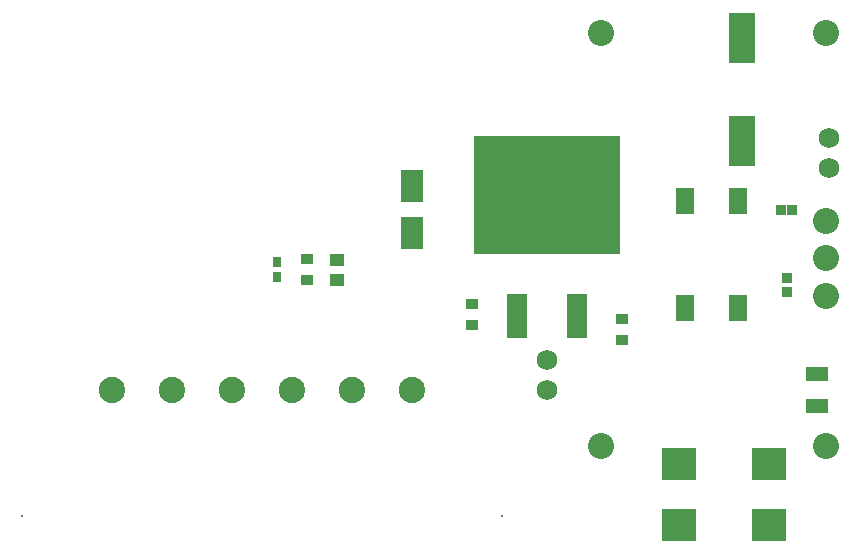
<source format=gbs>
G04 Layer_Color=16711935*
%FSLAX25Y25*%
%MOIN*%
G70*
G01*
G75*
%ADD40R,0.04540X0.03950*%
%ADD46R,0.04343X0.03753*%
%ADD47C,0.00800*%
%ADD48C,0.06800*%
%ADD49C,0.08674*%
%ADD50C,0.08792*%
%ADD51R,0.03600X0.03600*%
%ADD52R,0.06312X0.09068*%
%ADD53R,0.11800X0.10800*%
%ADD54R,0.03556X0.03556*%
%ADD55R,0.07493X0.05131*%
%ADD56R,0.07493X0.10642*%
%ADD57R,0.48832X0.39186*%
%ADD58R,0.07099X0.14579*%
%ADD59R,0.08674X0.16942*%
%ADD60R,0.03162X0.03753*%
D40*
X125000Y108346D02*
D03*
Y101654D02*
D03*
D46*
X220000Y81555D02*
D03*
Y88445D02*
D03*
X170000Y86555D02*
D03*
Y93445D02*
D03*
X115000Y101555D02*
D03*
Y108445D02*
D03*
D47*
X180000Y23000D02*
D03*
X20000D02*
D03*
D48*
X289000Y149000D02*
D03*
Y139000D02*
D03*
X195000Y65000D02*
D03*
Y75000D02*
D03*
D49*
X288268Y108780D02*
D03*
Y121299D02*
D03*
Y96181D02*
D03*
Y46181D02*
D03*
Y183819D02*
D03*
X213268D02*
D03*
Y46181D02*
D03*
D50*
X130000Y65000D02*
D03*
X110000D02*
D03*
X90000D02*
D03*
X70000D02*
D03*
X50000D02*
D03*
X150000D02*
D03*
D51*
X276800Y125000D02*
D03*
X273200D02*
D03*
D52*
X241181Y127913D02*
D03*
X258819D02*
D03*
Y92087D02*
D03*
X241181D02*
D03*
D53*
X239000Y20000D02*
D03*
Y40200D02*
D03*
X269200D02*
D03*
Y20000D02*
D03*
D54*
X275000Y102362D02*
D03*
Y97638D02*
D03*
D55*
X285000Y59685D02*
D03*
Y70315D02*
D03*
D56*
X150000Y132874D02*
D03*
Y117126D02*
D03*
D57*
X195000Y130000D02*
D03*
D58*
X205000Y89567D02*
D03*
X185000D02*
D03*
D59*
X260000Y147874D02*
D03*
Y182126D02*
D03*
D60*
X105000Y102539D02*
D03*
Y107461D02*
D03*
M02*

</source>
